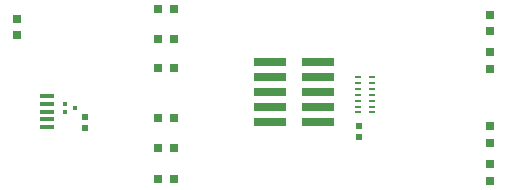
<source format=gtp>
%FSLAX44Y44*%
%MOMM*%
G71*
G01*
G75*
G04 Layer_Color=8421504*
%ADD10R,0.6200X0.5700*%
%ADD11R,0.7620X0.7620*%
%ADD12R,2.7940X0.7366*%
%ADD13R,1.3000X0.4500*%
%ADD14R,0.3000X0.3000*%
%ADD15R,0.7620X0.7620*%
%ADD16R,0.5000X0.2000*%
%ADD17C,0.1500*%
%ADD18C,0.2540*%
%ADD19C,0.2000*%
%ADD20C,0.1524*%
%ADD21R,1.8000X1.8000*%
%ADD22C,1.8000*%
%ADD23R,1.8000X1.8000*%
%ADD24C,1.8000*%
%ADD25C,0.8000*%
%ADD26O,1.8000X1.1500*%
%ADD27O,2.0000X1.4500*%
%ADD28C,0.6100*%
%ADD29C,0.6000*%
%ADD30C,3.3000*%
%ADD31R,0.5700X0.6200*%
%ADD32R,1.4000X2.2000*%
%ADD33R,0.9700X0.9600*%
%ADD34R,0.8500X0.3500*%
%ADD35O,1.7500X0.3500*%
%ADD36O,0.3500X1.7500*%
%ADD37R,1.2500X0.3000*%
%ADD38O,0.3000X0.8000*%
%ADD39O,0.8000X0.3000*%
%ADD40R,1.5000X1.0000*%
%ADD41R,0.5500X0.6000*%
%ADD42R,0.9500X0.9500*%
%ADD43R,0.6000X0.5500*%
%ADD44R,0.9500X0.9500*%
%ADD45C,0.2032*%
%ADD46C,0.4000*%
%ADD47C,0.2286*%
%ADD48C,0.1778*%
D10*
X1607500Y1158550D02*
D03*
Y1148950D02*
D03*
X1375250Y1166050D02*
D03*
Y1156450D02*
D03*
D11*
X1317500Y1249485D02*
D03*
Y1235515D02*
D03*
X1718250Y1125985D02*
D03*
Y1112015D02*
D03*
X1718250Y1220985D02*
D03*
Y1207015D02*
D03*
X1718250Y1158485D02*
D03*
Y1144515D02*
D03*
X1718250Y1238765D02*
D03*
Y1252735D02*
D03*
D12*
X1572820Y1162100D02*
D03*
X1532180D02*
D03*
X1572820Y1174800D02*
D03*
X1532180D02*
D03*
X1572820Y1187500D02*
D03*
X1532180D02*
D03*
X1572820Y1200200D02*
D03*
X1532180D02*
D03*
X1572820Y1212900D02*
D03*
X1532180D02*
D03*
D13*
X1342900Y1170640D02*
D03*
Y1177140D02*
D03*
Y1164140D02*
D03*
Y1157640D02*
D03*
Y1183640D02*
D03*
D14*
X1366750Y1173750D02*
D03*
X1358250Y1177250D02*
D03*
Y1170250D02*
D03*
D15*
X1437015Y1139625D02*
D03*
X1450985D02*
D03*
X1437015Y1232625D02*
D03*
X1450985D02*
D03*
X1437015Y1113750D02*
D03*
X1450985D02*
D03*
X1437015Y1207500D02*
D03*
X1450985D02*
D03*
X1437015Y1165500D02*
D03*
X1450985D02*
D03*
X1437015Y1257750D02*
D03*
X1450985D02*
D03*
D16*
X1618750Y1170000D02*
D03*
Y1175000D02*
D03*
Y1180000D02*
D03*
Y1185000D02*
D03*
Y1190000D02*
D03*
Y1195000D02*
D03*
Y1200000D02*
D03*
X1606250D02*
D03*
Y1195000D02*
D03*
Y1190000D02*
D03*
Y1185000D02*
D03*
Y1180000D02*
D03*
Y1175000D02*
D03*
Y1170000D02*
D03*
M02*

</source>
